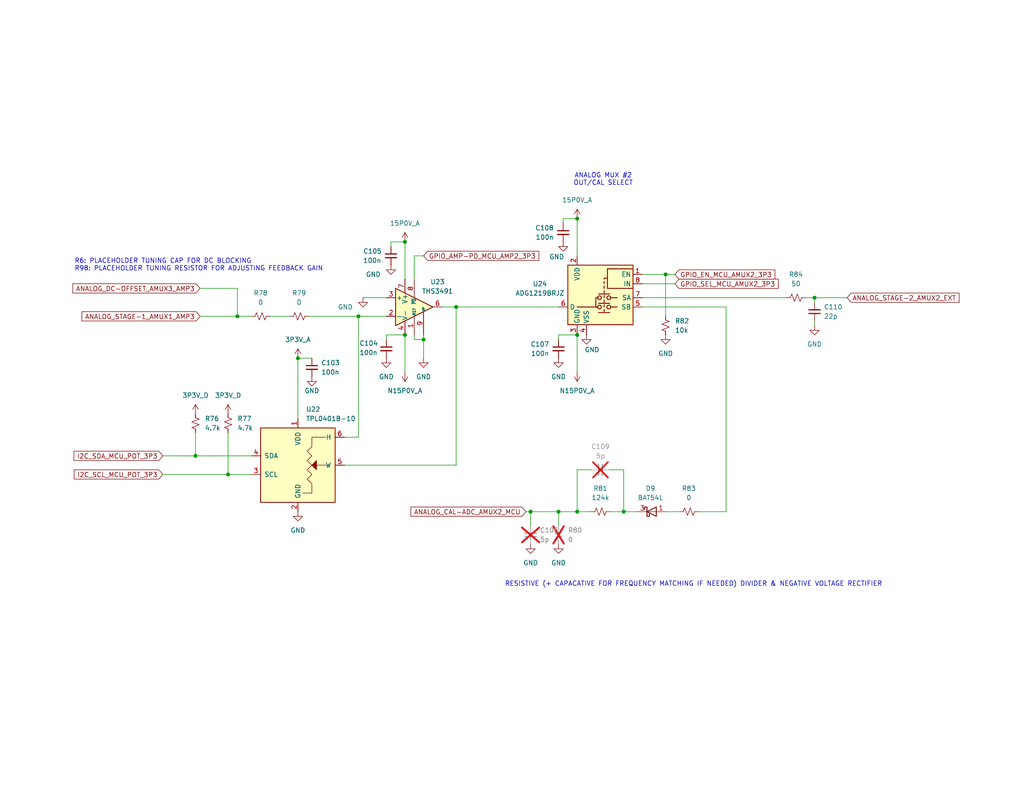
<source format=kicad_sch>
(kicad_sch (version 20250114) (generator "eeschema") (generator_version "9.0")
  (paper "A")
  (title_block (title "ARBITRARY WAVEFORM GENERATOR") (date "2025-07-15") (rev "1.0.1") (company "Tomasz Brzyzek"))
  (lib_symbols
    (symbol "BRZK_DIODE:BAT54L" (pin_names (offset 1.016) (hide yes))
      (property "Reference" "D" (at 0 2.54 0))
      (property "Value" "BAT54L" (at 0 -2.54 0))
      (symbol "BAT54L_0_1"
        (polyline (pts (xy -1.905 0.635) (xy -1.905 1.27) (xy -1.27 1.27) (xy -1.27 -1.27) (xy -0.635 -1.27) (xy -0.635 -0.635)) (stroke (width 0.254)))
        (polyline (pts (xy 1.27 1.27) (xy 1.27 -1.27) (xy -1.27 0) (xy 1.27 1.27)) (stroke (width 0.254)))
        (polyline (pts (xy 1.27 0) (xy -1.27 0)))
      )
      (symbol "BAT54L_1_1"
        (pin passive line (at -3.81 0 0) (length 2.54) (name "K") (number "3"))
        (pin no_connect line (at 0 0 90) (length 2.54) (hide yes) (name "NC") (number "2"))
        (pin passive line (at 3.81 0 180) (length 2.54) (name "A") (number "1"))
      )
    )
    (symbol "BRZK_MUX:ADG1219BRJZ"
      (property "Reference" "U" (at 10.922 10.668 0))
      (property "Value" "ADG1219BRJZ" (at 10.922 8.636 0))
      (symbol "ADG1219BRJZ_0_1"
        (rectangle (start -7.62 11.43) (end 10.16 -4.826) (stroke (width 0.254)) (fill (type background)))
        (rectangle (start -7.62 10.414) (end -0.635 5.08) (stroke (width 0.254)))
        (polyline (pts (xy -1.524 2.54) (xy -3.302 2.54)) (stroke (width 0.254)))
        (polyline (pts (xy -1.524 0) (xy -3.302 0)) (stroke (width 0.254)))
        (polyline (pts (xy -1.27 3.556) (xy 1.778 3.556)) (stroke (width 0.254)))
        (polyline (pts (xy -1.27 1.016) (xy 1.778 1.016)) (stroke (width 0.254)))
        (polyline (pts (xy -1.27 -1.524) (xy 1.778 -1.524)) (stroke (width 0.254)))
        (circle (center -1.016 2.54) (radius 0.508) (stroke (width 0.254)))
        (circle (center -1.016 0) (radius 0.508) (stroke (width 0.254)))
        (polyline (pts (xy -0.508 7.874) (xy 0.127 7.874)) (stroke (width 0.254)))
        (polyline (pts (xy 0.254 7.62) (xy 0.254 7.874)) (stroke (width 0.254)))
        (polyline (pts (xy 0.254 6.35) (xy 0.254 6.985)) (stroke (width 0.254)))
        (polyline (pts (xy 0.254 5.08) (xy 0.254 5.715)) (stroke (width 0.254)))
        (polyline (pts (xy 0.254 3.81) (xy 0.254 4.445)) (stroke (width 0.254)))
        (polyline (pts (xy 0.254 2.54) (xy 0.254 3.175)) (stroke (width 0.254)))
        (polyline (pts (xy 0.254 1.27) (xy 0.254 1.905)) (stroke (width 0.254)))
        (polyline (pts (xy 0.254 0) (xy 0.254 0.635)) (stroke (width 0.254)))
        (polyline (pts (xy 0.254 -1.27) (xy 0.254 -0.635)) (stroke (width 0.254)))
        (circle (center 1.524 2.54) (radius 0.508) (stroke (width 0.254)))
        (circle (center 1.524 0) (radius 0.508) (stroke (width 0.254)))
        (polyline (pts (xy 1.905 2.54) (xy 2.54 2.54) (xy 2.54 0) (xy 2.032 0)) (stroke (width 0.254)))
        (polyline (pts (xy 2.032 0) (xy 2.54 0)) (stroke (width 0.254)))
        (polyline (pts (xy 2.54 0) (xy 7.62 0)) (stroke (width 0.254)))
      )
      (symbol "ADG1219BRJZ_1_0"
        (pin input line (at -10.16 6.35 0) (length 2.54) (name "IN") (number "8"))
        (pin bidirectional line (at -10.16 2.54 0) (length 2.54) (name "SA") (number "7"))
      )
      (symbol "ADG1219BRJZ_1_1"
        (pin input line (at -10.16 8.89 0) (length 2.54) (name "EN") (number "1"))
        (pin bidirectional line (at -10.16 0 0) (length 2.54) (name "SB") (number "5"))
        (pin power_in line (at 5.08 -7.62 90) (length 2.54) (name "VSS") (number "4"))
        (pin power_in line (at 7.62 13.97 270) (length 2.54) (name "VDD") (number "2"))
        (pin power_in line (at 7.62 -7.62 90) (length 2.54) (name "GND") (number "3"))
        (pin bidirectional line (at 12.7 0 180) (length 2.54) (name "D") (number "6"))
      )
    )
    (symbol "BRZK_OPAMP:THS349" (pin_names (offset 0.127))
      (property "Reference" "U" (at 3.81 3.81 0))
      (property "Value" "THS3491" (at 10.16 -2.54 0))
      (symbol "THS349_1_1"
        (polyline (pts (xy -5.08 5.08) (xy 5.08 0) (xy -5.08 -5.08) (xy -5.08 5.08)) (stroke (width 0.254)) (fill (type background)))
        (pin input line (at -7.62 2.54 0) (length 2.54) (name "+") (number "3"))
        (pin input line (at -7.62 -2.54 0) (length 2.54) (name "-") (number "2"))
        (pin no_connect line (at -5.08 0 0) (length 2.54) (hide yes) (name "NC") (number "5"))
        (pin power_in line (at -2.54 7.62 270) (length 3.81) (name "V+") (number "7"))
        (pin power_in line (at -2.54 -7.62 90) (length 3.81) (name "V-") (number "4"))
        (pin input line (at 0 7.62 270) (length 5.08) (name "~{PD}") (number "8"))
        (pin input line (at 0 -7.62 90) (length 5.08) (name "REF") (number "1"))
        (pin passive line (at 2.54 -7.62 90) (length 6.35) (name "EP") (number "9"))
        (pin output line (at 7.62 0 180) (length 2.54) (name "~") (number "6"))
      )
    )
    (symbol "BRZK_POT:TPL0401B-10" (pin_names (offset 1.016))
      (property "Reference" "U" (at -10.16 11.43 0))
      (property "Value" "TPL0401B-10" (at 1.27 11.43 0))
      (symbol "TPL0401B-10_0_1"
        (polyline (pts (xy 5.08 -1.27) (xy 5.08 1.27) (xy 3.81 0) (xy 5.08 -1.27) (xy 5.08 -1.27)) (fill (type outline)))
        (polyline (pts (xy 7.62 7.62) (xy 3.81 7.62) (xy 3.81 5.08) (xy 2.54 3.81) (xy 3.81 2.54) (xy 2.54 1.27) (xy 3.81 0) (xy 2.54 -1.27) (xy 3.81 -2.54) (xy 2.54 -3.81) (xy 3.81 -5.08) (xy 3.81 -7.62) (xy 1.27 -7.62)))
        (polyline (pts (xy 7.62 0) (xy 5.08 0)))
      )
      (symbol "TPL0401B-10_1_1"
        (rectangle (start -10.16 10.16) (end 10.16 -10.16) (stroke (width 0.254)) (fill (type background)))
        (pin bidirectional line (at -12.7 2.54 0) (length 2.54) (name "SDA") (number "4"))
        (pin input line (at -12.7 -2.54 0) (length 2.54) (name "SCL") (number "3"))
        (pin power_in line (at 0 12.7 270) (length 2.54) (name "VDD") (number "1"))
        (pin power_in line (at 0 -12.7 90) (length 2.54) (name "GND") (number "2"))
        (pin passive line (at 12.7 7.62 180) (length 2.54) (name "H") (number "6"))
        (pin passive line (at 12.7 0 180) (length 2.54) (name "W") (number "5"))
      )
    )
    (symbol "Device:C_Small" (pin_numbers (hide yes)) (pin_names (offset 0.254) (hide yes))
      (property "Reference" "C" (at 0.254 1.778 0))
      (property "Value" "C_Small" (at 0.254 -2.032 0))
      (symbol "C_Small_0_1"
        (polyline (pts (xy -1.524 0.508) (xy 1.524 0.508)) (stroke (width 0.3048)))
        (polyline (pts (xy -1.524 -0.508) (xy 1.524 -0.508)) (stroke (width 0.3302)))
      )
      (symbol "C_Small_1_1"
        (pin passive line (at 0 2.54 270) (length 2.032) (name "~") (number "1"))
        (pin passive line (at 0 -2.54 90) (length 2.032) (name "~") (number "2"))
      )
    )
    (symbol "Device:R_Small_US" (pin_numbers (hide yes)) (pin_names (offset 0.254) (hide yes))
      (property "Reference" "R" (at 0.762 0.508 0))
      (property "Value" "R_Small_US" (at 0.762 -1.016 0))
      (symbol "R_Small_US_1_1"
        (polyline (pts (xy 0 1.524) (xy 1.016 1.143) (xy 0 0.762) (xy -1.016 0.381) (xy 0 0)))
        (polyline (pts (xy 0 0) (xy 1.016 -0.381) (xy 0 -0.762) (xy -1.016 -1.143) (xy 0 -1.524)))
        (pin passive line (at 0 2.54 270) (length 1.016) (name "~") (number "1"))
        (pin passive line (at 0 -2.54 90) (length 1.016) (name "~") (number "2"))
      )
    )
    (symbol "power:+3V3" (power) (pin_numbers (hide yes)) (pin_names (offset 0) (hide yes))
      (property "Value" "+3V3" (at 0 3.556 0))
      (symbol "+3V3_0_1"
        (polyline (pts (xy -0.762 1.27) (xy 0 2.54)))
        (polyline (pts (xy 0 2.54) (xy 0.762 1.27)))
        (polyline (pts (xy 0 0) (xy 0 2.54)))
      )
      (symbol "+3V3_1_1"
        (pin power_in line (at 0 0 90) (length 0) (name "~") (number "1"))
      )
    )
    (symbol "power:GND" (power) (pin_numbers (hide yes)) (pin_names (offset 0) (hide yes))
      (property "Value" "GND" (at 0 -3.81 0))
      (symbol "GND_0_1"
        (polyline (pts (xy 0 0) (xy 0 -1.27) (xy 1.27 -1.27) (xy 0 -2.54) (xy -1.27 -1.27) (xy 0 -1.27)))
      )
      (symbol "GND_1_1"
        (pin power_in line (at 0 0 270) (length 0) (name "~") (number "1"))
      )
    )
  )
  (text "RESISTIVE (+ CAPACATIVE FOR FREQUENCY MATCHING IF NEEDED) DIVIDER & NEGATIVE VOLTAGE RECTIFIER" (at 189.23 159.512 0) (effects (font (size 1.27 1.27))))
  (text "ANALOG MUX #2\nOUT/CAL SELECT" (at 164.592 49.022 0) (effects (font (size 1.27 1.27))))
  (text "R6: PLACEHOLDER TUNING CAP FOR DC BLOCKING\nR98: PLACEHOLDER TUNING RESISTOR FOR ADJUSTING FEEDBACK GAIN" (at 20.32 72.39 0) (effects (font (size 1.27 1.27)) (justify left)))
  (junction (at 181.61 74.93))
  (junction (at 110.49 91.44))
  (junction (at 144.78 139.7))
  (junction (at 124.46 83.82))
  (junction (at 64.77 86.36))
  (junction (at 152.4 139.7))
  (junction (at 53.34 124.46))
  (junction (at 170.18 139.7))
  (junction (at 157.48 139.7))
  (junction (at 157.48 59.69))
  (junction (at 81.28 97.79))
  (junction (at 110.49 66.04))
  (junction (at 62.23 129.54))
  (junction (at 222.25 81.28))
  (junction (at 115.57 92.71))
  (junction (at 97.79 86.36))
  (junction (at 157.48 91.44))
  (wire (pts (xy 44.45 124.46) (xy 53.34 124.46)))
  (wire (pts (xy 113.03 76.2) (xy 113.03 69.85)))
  (wire (pts (xy 144.78 143.51) (xy 144.78 139.7)))
  (wire (pts (xy 110.49 66.04) (xy 110.49 76.2)))
  (wire (pts (xy 157.48 101.6) (xy 157.48 91.44)))
  (wire (pts (xy 157.48 59.69) (xy 157.48 69.85)))
  (wire (pts (xy 181.61 74.93) (xy 175.26 74.93)))
  (wire (pts (xy 81.28 97.79) (xy 81.28 114.3)))
  (wire (pts (xy 105.41 91.44) (xy 110.49 91.44)))
  (wire (pts (xy 181.61 74.93) (xy 181.61 86.36)))
  (wire (pts (xy 105.41 92.71) (xy 105.41 91.44)))
  (wire (pts (xy 153.67 60.96) (xy 153.67 59.69)))
  (wire (pts (xy 157.48 139.7) (xy 152.4 139.7)))
  (wire (pts (xy 222.25 81.28) (xy 222.25 82.55)))
  (wire (pts (xy 113.03 69.85) (xy 115.57 69.85)))
  (wire (pts (xy 62.23 129.54) (xy 68.58 129.54)))
  (wire (pts (xy 161.29 128.27) (xy 157.48 128.27)))
  (wire (pts (xy 184.15 77.47) (xy 175.26 77.47)))
  (wire (pts (xy 120.65 83.82) (xy 124.46 83.82)))
  (wire (pts (xy 113.03 92.71) (xy 115.57 92.71)))
  (wire (pts (xy 93.98 119.38) (xy 97.79 119.38)))
  (wire (pts (xy 198.12 83.82) (xy 198.12 139.7)))
  (wire (pts (xy 144.78 139.7) (xy 152.4 139.7)))
  (wire (pts (xy 170.18 128.27) (xy 166.37 128.27)))
  (wire (pts (xy 54.61 78.74) (xy 64.77 78.74)))
  (wire (pts (xy 44.45 129.54) (xy 62.23 129.54)))
  (wire (pts (xy 93.98 127) (xy 124.46 127)))
  (wire (pts (xy 106.68 66.04) (xy 110.49 66.04)))
  (wire (pts (xy 53.34 124.46) (xy 68.58 124.46)))
  (wire (pts (xy 222.25 81.28) (xy 219.71 81.28)))
  (wire (pts (xy 222.25 87.63) (xy 222.25 88.9)))
  (wire (pts (xy 79.0666 86.36) (xy 73.66 86.36)))
  (wire (pts (xy 62.23 118.11) (xy 62.23 129.54)))
  (wire (pts (xy 64.77 86.36) (xy 54.61 86.36)))
  (wire (pts (xy 106.68 67.31) (xy 106.68 66.04)))
  (wire (pts (xy 157.48 139.7) (xy 161.29 139.7)))
  (wire (pts (xy 115.57 97.79) (xy 115.57 92.71)))
  (wire (pts (xy 99.06 81.28) (xy 105.41 81.28)))
  (wire (pts (xy 157.48 91.44) (xy 152.4 91.44)))
  (wire (pts (xy 124.46 83.82) (xy 152.4 83.82)))
  (wire (pts (xy 97.79 86.36) (xy 84.1466 86.36)))
  (wire (pts (xy 113.03 91.44) (xy 113.03 92.71)))
  (wire (pts (xy 115.57 92.71) (xy 115.57 91.44)))
  (wire (pts (xy 97.79 119.38) (xy 97.79 86.36)))
  (wire (pts (xy 68.58 86.36) (xy 64.77 86.36)))
  (wire (pts (xy 170.18 139.7) (xy 173.99 139.7)))
  (wire (pts (xy 170.18 128.27) (xy 170.18 139.7)))
  (wire (pts (xy 181.61 139.7) (xy 185.42 139.7)))
  (wire (pts (xy 214.63 81.28) (xy 175.26 81.28)))
  (wire (pts (xy 157.48 59.69) (xy 153.67 59.69)))
  (wire (pts (xy 175.26 83.82) (xy 198.12 83.82)))
  (wire (pts (xy 105.41 86.36) (xy 97.79 86.36)))
  (wire (pts (xy 231.14 81.28) (xy 222.25 81.28)))
  (wire (pts (xy 166.37 139.7) (xy 170.18 139.7)))
  (wire (pts (xy 53.34 124.46) (xy 53.34 118.11)))
  (wire (pts (xy 190.5 139.7) (xy 198.12 139.7)))
  (wire (pts (xy 152.4 139.7) (xy 152.4 143.51)))
  (wire (pts (xy 157.48 128.27) (xy 157.48 139.7)))
  (wire (pts (xy 143.51 139.7) (xy 144.78 139.7)))
  (wire (pts (xy 81.28 97.79) (xy 85.09 97.79)))
  (wire (pts (xy 184.15 74.93) (xy 181.61 74.93)))
  (wire (pts (xy 124.46 127) (xy 124.46 83.82)))
  (wire (pts (xy 64.77 78.74) (xy 64.77 86.36)))
  (wire (pts (xy 152.4 92.71) (xy 152.4 91.44)))
  (wire (pts (xy 110.49 101.6) (xy 110.49 91.44)))
  (global_label "ANALOG_DC-OFFSET_AMUX3_AMP3" (shape input) (at 54.61 78.74 180) (property "Intersheetrefs" "${INTERSHEET_REFS}" (effects (hide yes))))
  (global_label "I2C_SDA_MCU_POT_3P3" (shape input) (at 44.45 124.46 180) (property "Intersheetrefs" "${INTERSHEET_REFS}" (effects (hide yes))))
  (global_label "ANALOG_STAGE-2_AMUX2_EXT" (shape input) (at 231.14 81.28 0) (property "Intersheetrefs" "${INTERSHEET_REFS}" (effects (hide yes))))
  (global_label "GPIO_EN_MCU_AMUX2_3P3" (shape input) (at 184.15 74.93 0) (property "Intersheetrefs" "${INTERSHEET_REFS}" (effects (hide yes))))
  (global_label "ANALOG_STAGE-1_AMUX1_AMP3" (shape input) (at 54.61 86.36 180) (property "Intersheetrefs" "${INTERSHEET_REFS}" (effects (hide yes))))
  (global_label "I2C_SCL_MCU_POT_3P3" (shape input) (at 44.45 129.54 180) (property "Intersheetrefs" "${INTERSHEET_REFS}" (effects (hide yes))))
  (global_label "GPIO_AMP-PD_MCU_AMP2_3P3" (shape input) (at 115.57 69.85 0) (property "Intersheetrefs" "${INTERSHEET_REFS}" (effects (hide yes))))
  (global_label "ANALOG_CAL-ADC_AMUX2_MCU" (shape input) (at 143.51 139.7 180) (property "Intersheetrefs" "${INTERSHEET_REFS}" (effects (hide yes))))
  (global_label "GPIO_SEL_MCU_AMUX2_3P3" (shape input) (at 184.15 77.47 0) (property "Intersheetrefs" "${INTERSHEET_REFS}" (effects (hide yes))))
  (symbol (lib_id "BRZK_POT:TPL0401B-10") (at 81.28 127 0) (unit 1)
    (property "Reference" "U22" (at 83.4741 111.76 0) (effects (justify left)))
    (property "Value" "TPL0401B-10" (at 83.4741 114.3 0) (effects (justify left)))
    (property "Footprint" "Package_TO_SOT_SMD:Texas_R-PDSO-G6" (effects (hide yes)))
    (property "Datasheet" "http://www.ti.com/lit/ds/symlink/tpl0401a-10-q1.pdf" (effects (hide yes)))
    (property "Description" "128-TAPS Single-Channel Digital Potentiometer, I2C Interface, SC-70-6" (effects (hide yes)))
    (property "Part Number" "TPL0401B-10DCKR " (effects (hide yes)))
    (property "LCSC" "C2666599" (effects (hide yes)))
  )
  (symbol (lib_id "power:GND") (at 152.4 97.79 0) (mirror y) (unit 1)
    (property "Reference" "#PWR0270" (effects (hide yes)))
    (property "Value" "GND" (at 152.4 102.87 0))
    (property "Description" "Power symbol creates a global label with name \"GND\" , ground" (effects (hide yes)))
  )
  (symbol (lib_id "Device:R_Small_US") (at 152.4 146.05 0) (unit 1) (dnp yes)
    (property "Reference" "R80" (at 154.94 144.7799 0) (effects (justify left)))
    (property "Value" "0" (at 154.94 147.3199 0) (effects (justify left)))
    (property "Footprint" "Resistor_SMD:R_0603_1608Metric" (effects (hide yes)))
    (property "Description" "Resistor, small US symbol" (effects (hide yes)))
    (property "LCSC" "C15402" (effects (hide yes)))
    (property "Part Number" "0603WAJ0000T5E" (effects (hide yes)))
  )
  (symbol (lib_id "power:GND") (at 152.4 148.59 0) (unit 1)
    (property "Reference" "#PWR0271" (effects (hide yes)))
    (property "Value" "GND" (at 152.4 153.67 0))
    (property "Description" "Power symbol creates a global label with name \"GND\" , ground" (effects (hide yes)))
  )
  (symbol (lib_id "power:+3V3") (at 110.49 101.6 180) (unit 1)
    (property "Reference" "#PWR0267" (effects (hide yes)))
    (property "Value" "N15P0V_A" (at 110.49 106.68 0))
    (property "Description" "Power symbol creates a global label with name \"+3V3\"" (effects (hide yes)))
  )
  (symbol (lib_id "Device:R_Small_US") (at 181.61 88.9 180) (unit 1)
    (property "Reference" "R82" (at 184.15 87.6299 0) (effects (justify right)))
    (property "Value" "10k" (at 184.15 90.1699 0) (effects (justify right)))
    (property "Footprint" "Resistor_SMD:R_0603_1608Metric" (effects (hide yes)))
    (property "Description" "Resistor, small US symbol" (effects (hide yes)))
    (property "Part Number" "0603WAF1002T5E" (effects (hide yes)))
    (property "LCSC" "C25804" (effects (hide yes)))
  )
  (symbol (lib_id "Device:C_Small") (at 153.67 63.5 0) (mirror y) (unit 1)
    (property "Reference" "C108" (at 151.13 62.2363 0) (effects (justify left)))
    (property "Value" "100n" (at 151.13 64.7763 0) (effects (justify left)))
    (property "Footprint" "Capacitor_SMD:C_0603_1608Metric" (effects (hide yes)))
    (property "Description" "Unpolarized capacitor, small symbol" (effects (hide yes)))
    (property "Part Number" "CL10B104JB8NNNC" (effects (hide yes)))
    (property "LCSC" "C24452" (effects (hide yes)))
  )
  (symbol (lib_id "power:GND") (at 144.78 148.59 0) (unit 1)
    (property "Reference" "#PWR0269" (effects (hide yes)))
    (property "Value" "GND" (at 144.78 153.67 0))
    (property "Description" "Power symbol creates a global label with name \"GND\" , ground" (effects (hide yes)))
  )
  (symbol (lib_id "power:GND") (at 153.67 66.04 0) (mirror y) (unit 1)
    (property "Reference" "#PWR0272" (effects (hide yes)))
    (property "Value" "GND" (at 151.892 70.104 0))
    (property "Description" "Power symbol creates a global label with name \"GND\" , ground" (effects (hide yes)))
  )
  (symbol (lib_id "Device:C_Small") (at 144.78 146.05 180) (unit 1) (dnp yes)
    (property "Reference" "C106" (at 147.32 144.7735 0) (effects (justify right)))
    (property "Value" "5p" (at 147.32 147.3135 0) (effects (justify right)))
    (property "Footprint" "Capacitor_SMD:C_0603_1608Metric" (effects (hide yes)))
    (property "Description" "Unpolarized capacitor, small symbol" (effects (hide yes)))
    (property "LCSC" "C327203" (effects (hide yes)))
    (property "Part Number" "CC0603CRNPO9BN5R0" (effects (hide yes)))
  )
  (symbol (lib_id "BRZK_OPAMP:THS349") (at 113.03 83.82 0) (unit 1)
    (property "Reference" "U23" (at 119.38 76.962 0))
    (property "Value" "THS3491" (at 119.38 79.502 0))
    (property "Footprint" "Package_SO:Texas_R-PDSO-G8_EP2.95x4.9mm_Mask2.4x3.1mm" (effects (hide yes)))
    (property "Datasheet" "http://www.ti.com/lit/ds/symlink/ths3491.pdf" (effects (hide yes)))
    (property "Description" "900-MHz, 500-mA High-Power Output Current Feedback Operational Amplifier, SOIC-8" (effects (hide yes)))
    (property "Part Number" "THS3491IDDAR" (effects (hide yes)))
    (property "LCSC" "C2058693" (effects (hide yes)))
  )
  (symbol (lib_id "Device:C_Small") (at 106.68 69.85 0) (unit 1)
    (property "Reference" "C105" (at 99.06 68.58 0) (effects (justify left)))
    (property "Value" "100n" (at 99.06 71.12 0) (effects (justify left)))
    (property "Footprint" "Capacitor_SMD:C_0603_1608Metric" (effects (hide yes)))
    (property "Description" "Unpolarized capacitor, small symbol" (effects (hide yes)))
    (property "Part Number" "CL10B104JB8NNNC" (effects (hide yes)))
    (property "LCSC" "C24452" (effects (hide yes)))
  )
  (symbol (lib_id "Device:R_Small_US") (at 71.12 86.36 90) (unit 1)
    (property "Reference" "R78" (at 71.12 80.01 90))
    (property "Value" "0" (at 71.12 82.55 90))
    (property "Footprint" "Resistor_SMD:R_0603_1608Metric" (effects (hide yes)))
    (property "Description" "Resistor, small US symbol" (effects (hide yes)))
    (property "Part Number" "0603WAJ0000T5E" (effects (hide yes)))
    (property "LCSC" "C15402" (effects (hide yes)))
  )
  (symbol (lib_id "Device:C_Small") (at 152.4 95.25 0) (mirror y) (unit 1)
    (property "Reference" "C107" (at 149.86 93.9863 0) (effects (justify left)))
    (property "Value" "100n" (at 149.86 96.5263 0) (effects (justify left)))
    (property "Footprint" "Capacitor_SMD:C_0603_1608Metric" (effects (hide yes)))
    (property "Description" "Unpolarized capacitor, small symbol" (effects (hide yes)))
    (property "Part Number" "CL10B104JB8NNNC" (effects (hide yes)))
    (property "LCSC" "C24452" (effects (hide yes)))
  )
  (symbol (lib_id "power:GND") (at 115.57 97.79 0) (unit 1)
    (property "Reference" "#PWR0268" (effects (hide yes)))
    (property "Value" "GND" (at 115.57 102.87 0))
    (property "Description" "Power symbol creates a global label with name \"GND\" , ground" (effects (hide yes)))
  )
  (symbol (lib_id "Device:R_Small_US") (at 163.83 139.7 270) (unit 1)
    (property "Reference" "R81" (at 163.83 133.35 90))
    (property "Value" "124k" (at 163.83 135.89 90))
    (property "Footprint" "Resistor_SMD:R_0603_1608Metric" (effects (hide yes)))
    (property "Description" "Resistor, small US symbol" (effects (hide yes)))
    (property "LCSC" "C22788" (effects (hide yes)))
    (property "Part Number" "0603WAF1243T5E" (effects (hide yes)))
  )
  (symbol (lib_id "power:GND") (at 106.68 72.39 0) (unit 1)
    (property "Reference" "#PWR0265" (effects (hide yes)))
    (property "Value" "GND" (at 101.854 74.93 0))
    (property "Description" "Power symbol creates a global label with name \"GND\" , ground" (effects (hide yes)))
  )
  (symbol (lib_id "Device:C_Small") (at 105.41 95.25 0) (unit 1)
    (property "Reference" "C104" (at 98.044 93.726 0) (effects (justify left)))
    (property "Value" "100n" (at 98.044 96.266 0) (effects (justify left)))
    (property "Footprint" "Capacitor_SMD:C_0603_1608Metric" (effects (hide yes)))
    (property "Description" "Unpolarized capacitor, small symbol" (effects (hide yes)))
    (property "Part Number" "CL10B104JB8NNNC" (effects (hide yes)))
    (property "LCSC" "C24452" (effects (hide yes)))
  )
  (symbol (lib_id "power:+3V3") (at 81.28 97.79 0) (unit 1)
    (property "Reference" "#PWR0260" (effects (hide yes)))
    (property "Value" "3P3V_A" (at 81.28 92.71 0))
    (property "Description" "Power symbol creates a global label with name \"+3V3\"" (effects (hide yes)))
  )
  (symbol (lib_id "Device:R_Small_US") (at 187.96 139.7 270) (unit 1)
    (property "Reference" "R83" (at 187.96 133.35 90))
    (property "Value" "0" (at 187.96 135.89 90))
    (property "Footprint" "Resistor_SMD:R_0603_1608Metric" (effects (hide yes)))
    (property "Description" "Resistor, small US symbol" (effects (hide yes)))
    (property "LCSC" "C15402" (effects (hide yes)))
    (property "Part Number" "0603WAJ0000T5E" (effects (hide yes)))
  )
  (symbol (lib_id "power:GND") (at 181.61 91.44 0) (unit 1)
    (property "Reference" "#PWR0276" (effects (hide yes)))
    (property "Value" "GND" (at 181.61 96.52 0))
    (property "Description" "Power symbol creates a global label with name \"GND\" , ground" (effects (hide yes)))
  )
  (symbol (lib_id "power:+3V3") (at 157.48 101.6 0) (mirror x) (unit 1)
    (property "Reference" "#PWR0274" (effects (hide yes)))
    (property "Value" "N15P0V_A" (at 157.48 106.68 0))
    (property "Description" "Power symbol creates a global label with name \"+3V3\"" (effects (hide yes)))
  )
  (symbol (lib_id "Device:R_Small_US") (at 62.23 115.57 180) (unit 1)
    (property "Reference" "R77" (at 64.77 114.2999 0) (effects (justify right)))
    (property "Value" "4.7k" (at 64.77 116.8399 0) (effects (justify right)))
    (property "Footprint" "Resistor_SMD:R_0603_1608Metric" (effects (hide yes)))
    (property "Description" "Resistor, small US symbol" (effects (hide yes)))
    (property "LCSC" "C99782" (effects (hide yes)))
    (property "Part Number" "RC0603FR-074K7L" (effects (hide yes)))
  )
  (symbol (lib_id "power:+3V3") (at 53.34 113.03 0) (unit 1)
    (property "Reference" "#PWR0258" (effects (hide yes)))
    (property "Value" "3P3V_D" (at 53.34 107.95 0))
    (property "Description" "Power symbol creates a global label with name \"+3V3\"" (effects (hide yes)))
  )
  (symbol (lib_id "Device:C_Small") (at 163.83 128.27 90) (unit 1) (dnp yes)
    (property "Reference" "C109" (at 163.8363 121.92 90))
    (property "Value" "5p" (at 163.8363 124.46 90))
    (property "Footprint" "Capacitor_SMD:C_0603_1608Metric" (effects (hide yes)))
    (property "Description" "Unpolarized capacitor, small symbol" (effects (hide yes)))
    (property "LCSC" "C327203" (effects (hide yes)))
    (property "Part Number" "CC0603CRNPO9BN5R0" (effects (hide yes)))
  )
  (symbol (lib_id "Device:R_Small_US") (at 217.17 81.28 270) (unit 1)
    (property "Reference" "R84" (at 217.17 74.93 90))
    (property "Value" "50" (at 217.17 77.47 90))
    (property "Footprint" "Resistor_SMD:R_0603_1608Metric" (effects (hide yes)))
    (property "Description" "Resistor, small US symbol" (effects (hide yes)))
    (property "LCSC" "C849792" (effects (hide yes)))
    (property "Part Number" "RT0603BRE0750RL" (effects (hide yes)))
  )
  (symbol (lib_id "Device:R_Small_US") (at 81.6066 86.36 90) (unit 1)
    (property "Reference" "R79" (at 81.6066 80.01 90))
    (property "Value" "0" (at 81.6066 82.55 90))
    (property "Footprint" "Resistor_SMD:R_0603_1608Metric" (effects (hide yes)))
    (property "Description" "Resistor, small US symbol" (effects (hide yes)))
    (property "Part Number" "0603WAJ0000T5E" (effects (hide yes)))
    (property "LCSC" "C15402" (effects (hide yes)))
  )
  (symbol (lib_id "power:GND") (at 160.02 91.44 0) (mirror y) (unit 1)
    (property "Reference" "#PWR0275" (effects (hide yes)))
    (property "Value" "GND" (at 161.544 95.504 0))
    (property "Description" "Power symbol creates a global label with name \"GND\" , ground" (effects (hide yes)))
  )
  (symbol (lib_id "BRZK_DIODE:BAT54L") (at 177.8 139.7 0) (unit 1)
    (property "Reference" "D9" (at 177.4825 133.35 0))
    (property "Value" "BAT54L" (at 177.4825 135.89 0))
    (property "Footprint" "Package_TO_SOT_SMD:SOT-23" (effects (hide yes)))
    (property "Datasheet" "https://www.onsemi.com/download/data-sheet/pdf/bat54lt1-d.pdf" (effects (hide yes)))
    (property "Description" "Schottky barrier diode, SOT-32" (effects (hide yes)))
    (property "Part Number" "BAT54LT1G" (effects (hide yes)))
    (property "LCSC" "C94399" (effects (hide yes)))
  )
  (symbol (lib_id "power:GND") (at 105.41 97.79 0) (unit 1)
    (property "Reference" "#PWR0264" (effects (hide yes)))
    (property "Value" "GND" (at 105.41 102.87 0))
    (property "Description" "Power symbol creates a global label with name \"GND\" , ground" (effects (hide yes)))
  )
  (symbol (lib_id "power:+3V3") (at 62.23 113.03 0) (unit 1)
    (property "Reference" "#PWR0259" (effects (hide yes)))
    (property "Value" "3P3V_D" (at 62.23 107.95 0))
    (property "Description" "Power symbol creates a global label with name \"+3V3\"" (effects (hide yes)))
  )
  (symbol (lib_id "power:GND") (at 81.28 139.7 0) (unit 1)
    (property "Reference" "#PWR0261" (effects (hide yes)))
    (property "Value" "GND" (at 81.28 144.78 0))
    (property "Description" "Power symbol creates a global label with name \"GND\" , ground" (effects (hide yes)))
  )
  (symbol (lib_id "Device:C_Small") (at 85.09 100.33 0) (unit 1)
    (property "Reference" "C103" (at 87.63 99.0663 0) (effects (justify left)))
    (property "Value" "100n" (at 87.63 101.6063 0) (effects (justify left)))
    (property "Footprint" "Capacitor_SMD:C_0603_1608Metric" (effects (hide yes)))
    (property "Description" "Unpolarized capacitor, small symbol" (effects (hide yes)))
    (property "Part Number" "CL10B104JB8NNNC" (effects (hide yes)))
    (property "LCSC" "C24452" (effects (hide yes)))
  )
  (symbol (lib_id "Device:R_Small_US") (at 53.34 115.57 180) (unit 1)
    (property "Reference" "R76" (at 55.88 114.2999 0) (effects (justify right)))
    (property "Value" "4.7k" (at 55.88 116.8399 0) (effects (justify right)))
    (property "Footprint" "Resistor_SMD:R_0603_1608Metric" (effects (hide yes)))
    (property "Description" "Resistor, small US symbol" (effects (hide yes)))
    (property "LCSC" "C99782" (effects (hide yes)))
    (property "Part Number" "RC0603FR-074K7L" (effects (hide yes)))
  )
  (symbol (lib_id "power:GND") (at 85.09 102.87 0) (unit 1)
    (property "Reference" "#PWR0262" (effects (hide yes)))
    (property "Value" "GND" (at 85.09 106.68 0))
    (property "Description" "Power symbol creates a global label with name \"GND\" , ground" (effects (hide yes)))
  )
  (symbol (lib_id "BRZK_MUX:ADG1219BRJZ") (at 165.1 83.82 0) (mirror y) (unit 1)
    (property "Reference" "U24" (at 147.32 77.5014 0))
    (property "Value" "ADG1219BRJZ" (at 147.32 80.0414 0))
    (property "Footprint" "Package_TO_SOT_SMD:SOT-23-8" (effects (hide yes)))
    (property "Datasheet" "https://www.analog.com/media/en/technical-documentation/data-sheets/ADG1219.pdf" (effects (hide yes)))
    (property "Description" "Low Capacitance, Low Charge Injection, ±15 V/12 V iCMOS® SPDT in SOT-23" (effects (hide yes)))
    (property "Part Number" "ADG1219BRJZ" (effects (hide yes)))
    (property "LCSC" "C579007" (effects (hide yes)))
  )
  (symbol (lib_id "Device:C_Small") (at 222.25 85.09 180) (unit 1)
    (property "Reference" "C110" (at 224.79 83.8135 0) (effects (justify right)))
    (property "Value" "22p" (at 224.79 86.3535 0) (effects (justify right)))
    (property "Footprint" "Capacitor_SMD:C_0603_1608Metric" (effects (hide yes)))
    (property "Description" "Unpolarized capacitor, small symbol" (effects (hide yes)))
    (property "LCSC" "C1653" (effects (hide yes)))
    (property "Part Number" "CL10C220JB8NNNC" (effects (hide yes)))
  )
  (symbol (lib_id "power:+3V3") (at 157.48 59.69 0) (mirror y) (unit 1)
    (property "Reference" "#PWR0273" (effects (hide yes)))
    (property "Value" "15P0V_A" (at 157.48 54.61 0))
    (property "Description" "Power symbol creates a global label with name \"+3V3\"" (effects (hide yes)))
  )
  (symbol (lib_id "power:+3V3") (at 110.49 66.04 0) (unit 1)
    (property "Reference" "#PWR0266" (effects (hide yes)))
    (property "Value" "15P0V_A" (at 110.49 60.96 0))
    (property "Description" "Power symbol creates a global label with name \"+3V3\"" (effects (hide yes)))
  )
  (symbol (lib_id "power:GND") (at 222.25 88.9 0) (unit 1)
    (property "Reference" "#PWR0277" (effects (hide yes)))
    (property "Value" "GND" (at 222.25 93.98 0))
    (property "Description" "Power symbol creates a global label with name \"GND\" , ground" (effects (hide yes)))
  )
  (symbol (lib_id "power:GND") (at 99.06 81.28 0) (unit 1)
    (property "Reference" "#PWR0263" (effects (hide yes)))
    (property "Value" "GND" (at 94.234 83.82 0))
    (property "Description" "Power symbol creates a global label with name \"GND\" , ground" (effects (hide yes)))
  )
)
</source>
